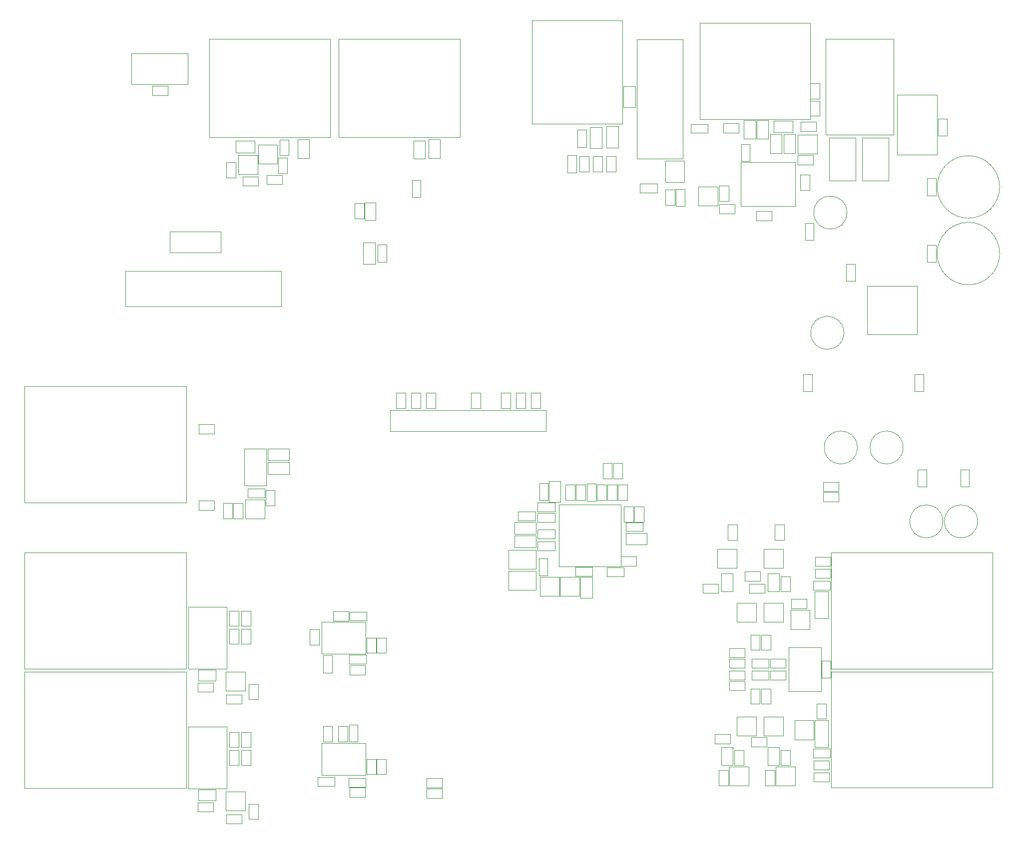
<source format=gbr>
G04 #@! TF.FileFunction,*
%FSLAX46Y46*%
G04 Gerber Fmt 4.6, Leading zero omitted, Abs format (unit mm)*
G04 Created by KiCad (PCBNEW (2015-03-11 BZR 5507)-product) date Wed 29 Apr 2015 06:55:18 PM CEST*
%MOMM*%
G01*
G04 APERTURE LIST*
%ADD10C,0.100000*%
%ADD11C,0.050000*%
G04 APERTURE END LIST*
D10*
D11*
X218560080Y-42456440D02*
X218560080Y-45356440D01*
X217060080Y-42456440D02*
X217060080Y-45356440D01*
X218560080Y-42456440D02*
X217060080Y-42456440D01*
X218560080Y-45356440D02*
X217060080Y-45356440D01*
X229328000Y-43902000D02*
G75*
G03X229328000Y-43902000I-5300000J0D01*
G01*
X217060080Y-56634040D02*
X217060080Y-53734040D01*
X218560080Y-56634040D02*
X218560080Y-53734040D01*
X217060080Y-56634040D02*
X218560080Y-56634040D01*
X217060080Y-53734040D02*
X218560080Y-53734040D01*
X229328000Y-55208800D02*
G75*
G03X229328000Y-55208800I-5300000J0D01*
G01*
X224168400Y-91869600D02*
X224168400Y-94769600D01*
X222668400Y-91869600D02*
X222668400Y-94769600D01*
X224168400Y-91869600D02*
X222668400Y-91869600D01*
X224168400Y-94769600D02*
X222668400Y-94769600D01*
X225574000Y-100634800D02*
G75*
G03X225574000Y-100634800I-2800000J0D01*
G01*
X216954800Y-91869600D02*
X216954800Y-94769600D01*
X215454800Y-91869600D02*
X215454800Y-94769600D01*
X216954800Y-91869600D02*
X215454800Y-91869600D01*
X216954800Y-94769600D02*
X215454800Y-94769600D01*
X219700000Y-100634800D02*
G75*
G03X219700000Y-100634800I-2800000J0D01*
G01*
X196333680Y-52925640D02*
X196333680Y-50025640D01*
X197833680Y-52925640D02*
X197833680Y-50025640D01*
X196333680Y-52925640D02*
X197833680Y-52925640D01*
X196333680Y-50025640D02*
X197833680Y-50025640D01*
X202915680Y-68646040D02*
G75*
G03X202915680Y-68646040I-2800000J0D01*
G01*
X196028880Y-78579640D02*
X196028880Y-75679640D01*
X197528880Y-78579640D02*
X197528880Y-75679640D01*
X196028880Y-78579640D02*
X197528880Y-78579640D01*
X196028880Y-75679640D02*
X197528880Y-75679640D01*
X205201680Y-88102440D02*
G75*
G03X205201680Y-88102440I-2800000J0D01*
G01*
X214926480Y-78579640D02*
X214926480Y-75679640D01*
X216426480Y-78579640D02*
X216426480Y-75679640D01*
X214926480Y-78579640D02*
X216426480Y-78579640D01*
X214926480Y-75679640D02*
X216426480Y-75679640D01*
X212955280Y-88102440D02*
G75*
G03X212955280Y-88102440I-2800000J0D01*
G01*
X204844080Y-56985240D02*
X204844080Y-59885240D01*
X203344080Y-56985240D02*
X203344080Y-59885240D01*
X204844080Y-56985240D02*
X203344080Y-56985240D01*
X204844080Y-59885240D02*
X203344080Y-59885240D01*
X203425200Y-48260000D02*
G75*
G03X203425200Y-48260000I-2800000J0D01*
G01*
X165649000Y-109970000D02*
X162749000Y-109970000D01*
X165649000Y-108470000D02*
X162749000Y-108470000D01*
X165649000Y-109970000D02*
X165649000Y-108470000D01*
X162749000Y-109970000D02*
X162749000Y-108470000D01*
X168836000Y-102299200D02*
X165936000Y-102299200D01*
X168836000Y-100799200D02*
X165936000Y-100799200D01*
X168836000Y-102299200D02*
X168836000Y-100799200D01*
X165936000Y-102299200D02*
X165936000Y-100799200D01*
X169541600Y-104581200D02*
X165941600Y-104581200D01*
X169541600Y-102581200D02*
X165941600Y-102581200D01*
X169541600Y-104581200D02*
X169541600Y-102581200D01*
X165941600Y-104581200D02*
X165941600Y-102581200D01*
X160871600Y-94257200D02*
X160871600Y-97157200D01*
X159371600Y-94257200D02*
X159371600Y-97157200D01*
X160871600Y-94257200D02*
X159371600Y-94257200D01*
X160871600Y-97157200D02*
X159371600Y-97157200D01*
X151307800Y-97055600D02*
X151307800Y-94155600D01*
X152807800Y-97055600D02*
X152807800Y-94155600D01*
X151307800Y-97055600D02*
X152807800Y-97055600D01*
X151307800Y-94155600D02*
X152807800Y-94155600D01*
X152912000Y-97405600D02*
X152912000Y-93805600D01*
X154912000Y-97405600D02*
X154912000Y-93805600D01*
X152912000Y-97405600D02*
X154912000Y-97405600D01*
X152912000Y-93805600D02*
X154912000Y-93805600D01*
X160289600Y-109893800D02*
X157389600Y-109893800D01*
X160289600Y-108393800D02*
X157389600Y-108393800D01*
X160289600Y-109893800D02*
X160289600Y-108393800D01*
X157389600Y-109893800D02*
X157389600Y-108393800D01*
X160296800Y-110061600D02*
X160296800Y-113661600D01*
X158296800Y-110061600D02*
X158296800Y-113661600D01*
X160296800Y-110061600D02*
X158296800Y-110061600D01*
X160296800Y-113661600D02*
X158296800Y-113661600D01*
X150624200Y-100495800D02*
X147724200Y-100495800D01*
X150624200Y-98995800D02*
X147724200Y-98995800D01*
X150624200Y-100495800D02*
X150624200Y-98995800D01*
X147724200Y-100495800D02*
X147724200Y-98995800D01*
X150720200Y-102777800D02*
X147120200Y-102777800D01*
X150720200Y-100777800D02*
X147120200Y-100777800D01*
X150720200Y-102777800D02*
X150720200Y-100777800D01*
X147120200Y-102777800D02*
X147120200Y-100777800D01*
X153926200Y-103543800D02*
X151026200Y-103543800D01*
X153926200Y-102043800D02*
X151026200Y-102043800D01*
X153926200Y-103543800D02*
X153926200Y-102043800D01*
X151026200Y-103543800D02*
X151026200Y-102043800D01*
X150720200Y-105063800D02*
X147120200Y-105063800D01*
X150720200Y-103063800D02*
X147120200Y-103063800D01*
X150720200Y-105063800D02*
X150720200Y-103063800D01*
X147120200Y-105063800D02*
X147120200Y-103063800D01*
X153926200Y-105575800D02*
X151026200Y-105575800D01*
X153926200Y-104075800D02*
X151026200Y-104075800D01*
X153926200Y-105575800D02*
X153926200Y-104075800D01*
X151026200Y-105575800D02*
X151026200Y-104075800D01*
X150712200Y-108711800D02*
X146112200Y-108711800D01*
X150712200Y-105511800D02*
X146112200Y-105511800D01*
X150712200Y-108711800D02*
X150712200Y-105511800D01*
X146112200Y-108711800D02*
X146112200Y-105511800D01*
X152718200Y-106931800D02*
X152718200Y-109831800D01*
X151218200Y-106931800D02*
X151218200Y-109831800D01*
X152718200Y-106931800D02*
X151218200Y-106931800D01*
X152718200Y-109831800D02*
X151218200Y-109831800D01*
X150712200Y-112267800D02*
X146112200Y-112267800D01*
X150712200Y-109067800D02*
X146112200Y-109067800D01*
X150712200Y-112267800D02*
X150712200Y-109067800D01*
X146112200Y-112267800D02*
X146112200Y-109067800D01*
X123478800Y-53368800D02*
X123478800Y-56968800D01*
X121478800Y-53368800D02*
X121478800Y-56968800D01*
X123478800Y-53368800D02*
X121478800Y-53368800D01*
X123478800Y-56968800D02*
X121478800Y-56968800D01*
X125387800Y-53718800D02*
X125387800Y-56618800D01*
X123887800Y-53718800D02*
X123887800Y-56618800D01*
X125387800Y-53718800D02*
X123887800Y-53718800D01*
X125387800Y-56618800D02*
X123887800Y-56618800D01*
X200648000Y-124280000D02*
X200648000Y-127180000D01*
X199148000Y-124280000D02*
X199148000Y-127180000D01*
X200648000Y-124280000D02*
X199148000Y-124280000D01*
X200648000Y-127180000D02*
X199148000Y-127180000D01*
X116193000Y-123391000D02*
X116193000Y-126291000D01*
X114693000Y-123391000D02*
X114693000Y-126291000D01*
X116193000Y-123391000D02*
X114693000Y-123391000D01*
X116193000Y-126291000D02*
X114693000Y-126291000D01*
X116613600Y-145530000D02*
X113713600Y-145530000D01*
X116613600Y-144030000D02*
X113713600Y-144030000D01*
X116613600Y-145530000D02*
X116613600Y-144030000D01*
X113713600Y-145530000D02*
X113713600Y-144030000D01*
X104751800Y-96609600D02*
X101851800Y-96609600D01*
X104751800Y-95109600D02*
X101851800Y-95109600D01*
X104751800Y-96609600D02*
X104751800Y-95109600D01*
X101851800Y-96609600D02*
X101851800Y-95109600D01*
X175976980Y-44257300D02*
X175976980Y-47157300D01*
X174476980Y-44257300D02*
X174476980Y-47157300D01*
X175976980Y-44257300D02*
X174476980Y-44257300D01*
X175976980Y-47157300D02*
X174476980Y-47157300D01*
X162703000Y-37240620D02*
X162703000Y-33640620D01*
X164703000Y-37240620D02*
X164703000Y-33640620D01*
X162703000Y-37240620D02*
X164703000Y-37240620D01*
X162703000Y-33640620D02*
X164703000Y-33640620D01*
X159246000Y-34244620D02*
X159246000Y-37144620D01*
X157746000Y-34244620D02*
X157746000Y-37144620D01*
X159246000Y-34244620D02*
X157746000Y-34244620D01*
X159246000Y-37144620D02*
X157746000Y-37144620D01*
X171274400Y-44844400D02*
X168374400Y-44844400D01*
X171274400Y-43344400D02*
X168374400Y-43344400D01*
X171274400Y-44844400D02*
X171274400Y-43344400D01*
X168374400Y-44844400D02*
X168374400Y-43344400D01*
X156095000Y-41462620D02*
X156095000Y-38562620D01*
X157595000Y-41462620D02*
X157595000Y-38562620D01*
X156095000Y-41462620D02*
X157595000Y-41462620D01*
X156095000Y-38562620D02*
X157595000Y-38562620D01*
X129696780Y-45633300D02*
X129696780Y-42733300D01*
X131196780Y-45633300D02*
X131196780Y-42733300D01*
X129696780Y-45633300D02*
X131196780Y-45633300D01*
X129696780Y-42733300D02*
X131196780Y-42733300D01*
X220434600Y-32357400D02*
X220434600Y-35257400D01*
X218934600Y-32357400D02*
X218934600Y-35257400D01*
X220434600Y-32357400D02*
X218934600Y-32357400D01*
X220434600Y-35257400D02*
X218934600Y-35257400D01*
X179859600Y-34735200D02*
X176959600Y-34735200D01*
X179859600Y-33235200D02*
X176959600Y-33235200D01*
X179859600Y-34735200D02*
X179859600Y-33235200D01*
X176959600Y-34735200D02*
X176959600Y-33235200D01*
X153926200Y-98971800D02*
X151026200Y-98971800D01*
X153926200Y-97471800D02*
X151026200Y-97471800D01*
X153926200Y-98971800D02*
X153926200Y-97471800D01*
X151026200Y-98971800D02*
X151026200Y-97471800D01*
X153926200Y-100749800D02*
X151026200Y-100749800D01*
X153926200Y-99249800D02*
X151026200Y-99249800D01*
X153926200Y-100749800D02*
X153926200Y-99249800D01*
X151026200Y-100749800D02*
X151026200Y-99249800D01*
X197986000Y-117108000D02*
X197986000Y-112508000D01*
X200286000Y-117108000D02*
X200286000Y-112508000D01*
X197986000Y-117108000D02*
X200286000Y-117108000D01*
X197986000Y-112508000D02*
X200286000Y-112508000D01*
X200586000Y-112256000D02*
X197686000Y-112256000D01*
X200586000Y-110756000D02*
X197686000Y-110756000D01*
X200586000Y-112256000D02*
X200586000Y-110756000D01*
X197686000Y-112256000D02*
X197686000Y-110756000D01*
X190172000Y-125464000D02*
X187272000Y-125464000D01*
X190172000Y-123964000D02*
X187272000Y-123964000D01*
X190172000Y-125464000D02*
X190172000Y-123964000D01*
X187272000Y-125464000D02*
X187272000Y-123964000D01*
X200286000Y-134352000D02*
X200286000Y-138952000D01*
X197986000Y-134352000D02*
X197986000Y-138952000D01*
X200286000Y-134352000D02*
X197986000Y-134352000D01*
X200286000Y-138952000D02*
X197986000Y-138952000D01*
X200586000Y-140704000D02*
X197686000Y-140704000D01*
X200586000Y-139204000D02*
X197686000Y-139204000D01*
X200586000Y-140704000D02*
X200586000Y-139204000D01*
X197686000Y-140704000D02*
X197686000Y-139204000D01*
X190172000Y-127496000D02*
X187272000Y-127496000D01*
X190172000Y-125996000D02*
X187272000Y-125996000D01*
X190172000Y-127496000D02*
X190172000Y-125996000D01*
X187272000Y-127496000D02*
X187272000Y-125996000D01*
X121947600Y-124803600D02*
X119047600Y-124803600D01*
X121947600Y-123303600D02*
X119047600Y-123303600D01*
X121947600Y-124803600D02*
X121947600Y-123303600D01*
X119047600Y-124803600D02*
X119047600Y-123303600D01*
X119149200Y-115963000D02*
X122049200Y-115963000D01*
X119149200Y-117463000D02*
X122049200Y-117463000D01*
X119149200Y-115963000D02*
X119149200Y-117463000D01*
X122049200Y-115963000D02*
X122049200Y-117463000D01*
X121871400Y-145682400D02*
X118971400Y-145682400D01*
X121871400Y-144182400D02*
X118971400Y-144182400D01*
X121871400Y-145682400D02*
X121871400Y-144182400D01*
X118971400Y-145682400D02*
X118971400Y-144182400D01*
X120549800Y-135113800D02*
X120549800Y-138013800D01*
X119049800Y-135113800D02*
X119049800Y-138013800D01*
X120549800Y-135113800D02*
X119049800Y-135113800D01*
X120549800Y-138013800D02*
X119049800Y-138013800D01*
X105299800Y-90592400D02*
X108899800Y-90592400D01*
X105299800Y-92592400D02*
X108899800Y-92592400D01*
X105299800Y-90592400D02*
X105299800Y-92592400D01*
X108899800Y-90592400D02*
X108899800Y-92592400D01*
X105299800Y-88281000D02*
X108899800Y-88281000D01*
X105299800Y-90281000D02*
X108899800Y-90281000D01*
X105299800Y-88281000D02*
X105299800Y-90281000D01*
X108899800Y-88281000D02*
X108899800Y-90281000D01*
X218706700Y-38404800D02*
X211975700Y-38404800D01*
X218706700Y-28244800D02*
X211975700Y-28244800D01*
X211975700Y-28244800D02*
X211975700Y-38404800D01*
X218706700Y-28244800D02*
X218706700Y-38404800D01*
X167573200Y-26800400D02*
X167573200Y-30400400D01*
X165573200Y-26800400D02*
X165573200Y-30400400D01*
X167573200Y-26800400D02*
X165573200Y-26800400D01*
X167573200Y-30400400D02*
X165573200Y-30400400D01*
X159909000Y-37367620D02*
X159909000Y-33767620D01*
X161909000Y-37367620D02*
X161909000Y-33767620D01*
X159909000Y-37367620D02*
X161909000Y-37367620D01*
X159909000Y-33767620D02*
X161909000Y-33767620D01*
X175601460Y-18839980D02*
X175601460Y-39139980D01*
X175601460Y-39139980D02*
X167801460Y-39139980D01*
X167801460Y-39139980D02*
X167801460Y-18839980D01*
X167801460Y-18839980D02*
X175601460Y-18839980D01*
X81117500Y-64183200D02*
X107517500Y-64183200D01*
X81117500Y-58133200D02*
X107517500Y-58133200D01*
X81117500Y-64183200D02*
X81117500Y-58133200D01*
X107517500Y-64183200D02*
X107517500Y-58133200D01*
X152422800Y-81816000D02*
X126022800Y-81816000D01*
X152422800Y-85316000D02*
X126022800Y-85316000D01*
X152422800Y-81816000D02*
X152422800Y-85316000D01*
X126022800Y-81816000D02*
X126022800Y-85316000D01*
X97307194Y-51516194D02*
X88707194Y-51516194D01*
X97307194Y-55016194D02*
X88707194Y-55016194D01*
X97307194Y-51516194D02*
X97307194Y-55016194D01*
X88707194Y-51516194D02*
X88707194Y-55016194D01*
X155765600Y-97007200D02*
X155765600Y-94407200D01*
X157365600Y-97007200D02*
X157365600Y-94407200D01*
X155765600Y-97007200D02*
X157365600Y-97007200D01*
X155765600Y-94407200D02*
X157365600Y-94407200D01*
X162039400Y-93349600D02*
X162039400Y-90749600D01*
X163639400Y-93349600D02*
X163639400Y-90749600D01*
X162039400Y-93349600D02*
X163639400Y-93349600D01*
X162039400Y-90749600D02*
X163639400Y-90749600D01*
X163817400Y-93349600D02*
X163817400Y-90749600D01*
X165417400Y-93349600D02*
X165417400Y-90749600D01*
X163817400Y-93349600D02*
X165417400Y-93349600D01*
X163817400Y-90749600D02*
X165417400Y-90749600D01*
X164655600Y-97007200D02*
X164655600Y-94407200D01*
X166255600Y-97007200D02*
X166255600Y-94407200D01*
X164655600Y-97007200D02*
X166255600Y-97007200D01*
X164655600Y-94407200D02*
X166255600Y-94407200D01*
X162877600Y-97007200D02*
X162877600Y-94407200D01*
X164477600Y-97007200D02*
X164477600Y-94407200D01*
X162877600Y-97007200D02*
X164477600Y-97007200D01*
X162877600Y-94407200D02*
X164477600Y-94407200D01*
X161099600Y-97007200D02*
X161099600Y-94407200D01*
X162699600Y-97007200D02*
X162699600Y-94407200D01*
X161099600Y-97007200D02*
X162699600Y-97007200D01*
X161099600Y-94407200D02*
X162699600Y-94407200D01*
X157543600Y-97007200D02*
X157543600Y-94407200D01*
X159143600Y-97007200D02*
X159143600Y-94407200D01*
X157543600Y-97007200D02*
X159143600Y-97007200D01*
X157543600Y-94407200D02*
X159143600Y-94407200D01*
X167746200Y-108165800D02*
X165146200Y-108165800D01*
X167746200Y-106565800D02*
X165146200Y-106565800D01*
X167746200Y-108165800D02*
X167746200Y-106565800D01*
X165146200Y-108165800D02*
X165146200Y-106565800D01*
X169024200Y-98115600D02*
X169024200Y-100715600D01*
X167424200Y-98115600D02*
X167424200Y-100715600D01*
X169024200Y-98115600D02*
X167424200Y-98115600D01*
X169024200Y-100715600D02*
X167424200Y-100715600D01*
X167246200Y-98115600D02*
X167246200Y-100715600D01*
X165646200Y-98115600D02*
X165646200Y-100715600D01*
X167246200Y-98115600D02*
X165646200Y-98115600D01*
X167246200Y-100715600D02*
X165646200Y-100715600D01*
X88297540Y-28348840D02*
X85697540Y-28348840D01*
X88297540Y-26748840D02*
X85697540Y-26748840D01*
X88297540Y-28348840D02*
X88297540Y-26748840D01*
X85697540Y-28348840D02*
X85697540Y-26748840D01*
X193840000Y-109952000D02*
X193840000Y-112552000D01*
X192240000Y-109952000D02*
X192240000Y-112552000D01*
X193840000Y-109952000D02*
X192240000Y-109952000D01*
X193840000Y-112552000D02*
X192240000Y-112552000D01*
X186914000Y-111214000D02*
X189514000Y-111214000D01*
X186914000Y-112814000D02*
X189514000Y-112814000D01*
X186914000Y-111214000D02*
X186914000Y-112814000D01*
X189514000Y-111214000D02*
X189514000Y-112814000D01*
X186165400Y-109156600D02*
X188765400Y-109156600D01*
X186165400Y-110756600D02*
X188765400Y-110756600D01*
X186165400Y-109156600D02*
X186165400Y-110756600D01*
X188765400Y-109156600D02*
X188765400Y-110756600D01*
X179040000Y-111214000D02*
X181640000Y-111214000D01*
X179040000Y-112814000D02*
X181640000Y-112814000D01*
X179040000Y-111214000D02*
X179040000Y-112814000D01*
X181640000Y-111214000D02*
X181640000Y-112814000D01*
X192815200Y-101199600D02*
X192815200Y-103799600D01*
X191215200Y-101199600D02*
X191215200Y-103799600D01*
X192815200Y-101199600D02*
X191215200Y-101199600D01*
X192815200Y-103799600D02*
X191215200Y-103799600D01*
X184890400Y-101199600D02*
X184890400Y-103799600D01*
X183290400Y-101199600D02*
X183290400Y-103799600D01*
X184890400Y-101199600D02*
X183290400Y-101199600D01*
X184890400Y-103799600D02*
X183290400Y-103799600D01*
X192240000Y-142016000D02*
X192240000Y-139416000D01*
X193840000Y-142016000D02*
X193840000Y-139416000D01*
X192240000Y-142016000D02*
X193840000Y-142016000D01*
X192240000Y-139416000D02*
X193840000Y-139416000D01*
X187269600Y-137274400D02*
X189869600Y-137274400D01*
X187269600Y-138874400D02*
X189869600Y-138874400D01*
X187269600Y-137274400D02*
X187269600Y-138874400D01*
X189869600Y-137274400D02*
X189869600Y-138874400D01*
X184366000Y-142016000D02*
X184366000Y-139416000D01*
X185966000Y-142016000D02*
X185966000Y-139416000D01*
X184366000Y-142016000D02*
X185966000Y-142016000D01*
X184366000Y-139416000D02*
X185966000Y-139416000D01*
X181072000Y-136766400D02*
X183672000Y-136766400D01*
X181072000Y-138366400D02*
X183672000Y-138366400D01*
X181072000Y-136766400D02*
X181072000Y-138366400D01*
X183672000Y-136766400D02*
X183672000Y-138366400D01*
X191173000Y-142870400D02*
X191173000Y-145470400D01*
X189573000Y-142870400D02*
X189573000Y-145470400D01*
X191173000Y-142870400D02*
X189573000Y-142870400D01*
X191173000Y-145470400D02*
X189573000Y-145470400D01*
X183299000Y-142870400D02*
X183299000Y-145470400D01*
X181699000Y-142870400D02*
X181699000Y-145470400D01*
X183299000Y-142870400D02*
X181699000Y-142870400D01*
X183299000Y-145470400D02*
X181699000Y-145470400D01*
X100868000Y-131610000D02*
X98268000Y-131610000D01*
X100868000Y-130010000D02*
X98268000Y-130010000D01*
X100868000Y-131610000D02*
X100868000Y-130010000D01*
X98268000Y-131610000D02*
X98268000Y-130010000D01*
X103670000Y-128240000D02*
X103670000Y-130840000D01*
X102070000Y-128240000D02*
X102070000Y-130840000D01*
X103670000Y-128240000D02*
X102070000Y-128240000D01*
X103670000Y-130840000D02*
X102070000Y-130840000D01*
X96042000Y-129578000D02*
X93442000Y-129578000D01*
X96042000Y-127978000D02*
X93442000Y-127978000D01*
X96042000Y-129578000D02*
X96042000Y-127978000D01*
X93442000Y-129578000D02*
X93442000Y-127978000D01*
X100868000Y-151930000D02*
X98268000Y-151930000D01*
X100868000Y-150330000D02*
X98268000Y-150330000D01*
X100868000Y-151930000D02*
X100868000Y-150330000D01*
X98268000Y-151930000D02*
X98268000Y-150330000D01*
X103670000Y-148560000D02*
X103670000Y-151160000D01*
X102070000Y-148560000D02*
X102070000Y-151160000D01*
X103670000Y-148560000D02*
X102070000Y-148560000D01*
X103670000Y-151160000D02*
X102070000Y-151160000D01*
X96042000Y-149898000D02*
X93442000Y-149898000D01*
X96042000Y-148298000D02*
X93442000Y-148298000D01*
X96042000Y-149898000D02*
X96042000Y-148298000D01*
X93442000Y-149898000D02*
X93442000Y-148298000D01*
X104889400Y-97921600D02*
X104889400Y-95321600D01*
X106489400Y-97921600D02*
X106489400Y-95321600D01*
X104889400Y-97921600D02*
X106489400Y-97921600D01*
X104889400Y-95321600D02*
X106489400Y-95321600D01*
X97701200Y-100156800D02*
X97701200Y-97556800D01*
X99301200Y-100156800D02*
X99301200Y-97556800D01*
X97701200Y-100156800D02*
X99301200Y-100156800D01*
X97701200Y-97556800D02*
X99301200Y-97556800D01*
X101053800Y-97556800D02*
X101053800Y-100156800D01*
X99453800Y-97556800D02*
X99453800Y-100156800D01*
X101053800Y-97556800D02*
X99453800Y-97556800D01*
X101053800Y-100156800D02*
X99453800Y-100156800D01*
X164249000Y-38712620D02*
X164249000Y-41312620D01*
X162649000Y-38712620D02*
X162649000Y-41312620D01*
X164249000Y-38712620D02*
X162649000Y-38712620D01*
X164249000Y-41312620D02*
X162649000Y-41312620D01*
X161963000Y-38712620D02*
X161963000Y-41312620D01*
X160363000Y-38712620D02*
X160363000Y-41312620D01*
X161963000Y-38712620D02*
X160363000Y-38712620D01*
X161963000Y-41312620D02*
X160363000Y-41312620D01*
X158077000Y-41312620D02*
X158077000Y-38712620D01*
X159677000Y-41312620D02*
X159677000Y-38712620D01*
X158077000Y-41312620D02*
X159677000Y-41312620D01*
X158077000Y-38712620D02*
X159677000Y-38712620D01*
X174274380Y-44407300D02*
X174274380Y-47007300D01*
X172674380Y-44407300D02*
X172674380Y-47007300D01*
X174274380Y-44407300D02*
X172674380Y-44407300D01*
X174274380Y-47007300D02*
X172674380Y-47007300D01*
X112320580Y-35852300D02*
X112320580Y-39052300D01*
X110320580Y-35852300D02*
X110320580Y-39052300D01*
X112320580Y-35852300D02*
X110320580Y-35852300D01*
X112320580Y-39052300D02*
X110320580Y-39052300D01*
X98249840Y-42318460D02*
X98249840Y-39718460D01*
X99849840Y-42318460D02*
X99849840Y-39718460D01*
X98249840Y-42318460D02*
X99849840Y-42318460D01*
X98249840Y-39718460D02*
X99849840Y-39718460D01*
X132494780Y-39052300D02*
X132494780Y-35852300D01*
X134494780Y-39052300D02*
X134494780Y-35852300D01*
X132494780Y-39052300D02*
X134494780Y-39052300D01*
X132494780Y-35852300D02*
X134494780Y-35852300D01*
X119969380Y-49254500D02*
X119969380Y-46654500D01*
X121569380Y-49254500D02*
X121569380Y-46654500D01*
X119969380Y-49254500D02*
X121569380Y-49254500D01*
X119969380Y-46654500D02*
X121569380Y-46654500D01*
X99862840Y-36081460D02*
X103062840Y-36081460D01*
X99862840Y-38081460D02*
X103062840Y-38081460D01*
X99862840Y-36081460D02*
X99862840Y-38081460D01*
X103062840Y-36081460D02*
X103062840Y-38081460D01*
X107266840Y-38508460D02*
X107266840Y-35908460D01*
X108866840Y-38508460D02*
X108866840Y-35908460D01*
X107266840Y-38508460D02*
X108866840Y-38508460D01*
X107266840Y-35908460D02*
X108866840Y-35908460D01*
X101051840Y-42123460D02*
X103651840Y-42123460D01*
X101051840Y-43723460D02*
X103651840Y-43723460D01*
X101051840Y-42123460D02*
X101051840Y-43723460D01*
X103651840Y-42123460D02*
X103651840Y-43723460D01*
X107715840Y-43469460D02*
X105115840Y-43469460D01*
X107715840Y-41869460D02*
X105115840Y-41869460D01*
X107715840Y-43469460D02*
X107715840Y-41869460D01*
X105115840Y-43469460D02*
X105115840Y-41869460D01*
X107012840Y-41556460D02*
X107012840Y-38956460D01*
X108612840Y-41556460D02*
X108612840Y-38956460D01*
X107012840Y-41556460D02*
X108612840Y-41556460D01*
X107012840Y-38956460D02*
X108612840Y-38956460D01*
X198231280Y-34449920D02*
X195631280Y-34449920D01*
X198231280Y-32849920D02*
X195631280Y-32849920D01*
X198231280Y-34449920D02*
X198231280Y-32849920D01*
X195631280Y-34449920D02*
X195631280Y-32849920D01*
X197723280Y-40164920D02*
X195123280Y-40164920D01*
X197723280Y-38564920D02*
X195123280Y-38564920D01*
X197723280Y-40164920D02*
X197723280Y-38564920D01*
X195123280Y-40164920D02*
X195123280Y-38564920D01*
X194692780Y-34970920D02*
X194692780Y-38170920D01*
X192692780Y-34970920D02*
X192692780Y-38170920D01*
X194692780Y-34970920D02*
X192692780Y-34970920D01*
X194692780Y-38170920D02*
X192692780Y-38170920D01*
X197158600Y-41839800D02*
X197158600Y-44439800D01*
X195558600Y-41839800D02*
X195558600Y-44439800D01*
X197158600Y-41839800D02*
X195558600Y-41839800D01*
X197158600Y-44439800D02*
X195558600Y-44439800D01*
X192406780Y-34970920D02*
X192406780Y-38170920D01*
X190406780Y-34970920D02*
X190406780Y-38170920D01*
X192406780Y-34970920D02*
X190406780Y-34970920D01*
X192406780Y-38170920D02*
X190406780Y-38170920D01*
X187961780Y-32557920D02*
X187961780Y-35757920D01*
X185961780Y-32557920D02*
X185961780Y-35757920D01*
X187961780Y-32557920D02*
X185961780Y-32557920D01*
X187961780Y-35757920D02*
X185961780Y-35757920D01*
X181785400Y-46318960D02*
X181785400Y-43718960D01*
X183385400Y-46318960D02*
X183385400Y-43718960D01*
X181785400Y-46318960D02*
X183385400Y-46318960D01*
X181785400Y-43718960D02*
X183385400Y-43718960D01*
X190699000Y-49578600D02*
X188099000Y-49578600D01*
X190699000Y-47978600D02*
X188099000Y-47978600D01*
X190699000Y-49578600D02*
X190699000Y-47978600D01*
X188099000Y-49578600D02*
X188099000Y-47978600D01*
X190120780Y-32557920D02*
X190120780Y-35757920D01*
X188120780Y-32557920D02*
X188120780Y-35757920D01*
X190120780Y-32557920D02*
X188120780Y-32557920D01*
X190120780Y-35757920D02*
X188120780Y-35757920D01*
X184408600Y-48425000D02*
X181808600Y-48425000D01*
X184408600Y-46825000D02*
X181808600Y-46825000D01*
X184408600Y-48425000D02*
X184408600Y-46825000D01*
X181808600Y-48425000D02*
X181808600Y-46825000D01*
X151472800Y-78837000D02*
X151472800Y-81437000D01*
X149872800Y-78837000D02*
X149872800Y-81437000D01*
X151472800Y-78837000D02*
X149872800Y-78837000D01*
X151472800Y-81437000D02*
X149872800Y-81437000D01*
X148932800Y-78837000D02*
X148932800Y-81437000D01*
X147332800Y-78837000D02*
X147332800Y-81437000D01*
X148932800Y-78837000D02*
X147332800Y-78837000D01*
X148932800Y-81437000D02*
X147332800Y-81437000D01*
X146392800Y-78837000D02*
X146392800Y-81437000D01*
X144792800Y-78837000D02*
X144792800Y-81437000D01*
X146392800Y-78837000D02*
X144792800Y-78837000D01*
X146392800Y-81437000D02*
X144792800Y-81437000D01*
X141312800Y-78837000D02*
X141312800Y-81437000D01*
X139712800Y-78837000D02*
X139712800Y-81437000D01*
X141312800Y-78837000D02*
X139712800Y-78837000D01*
X141312800Y-81437000D02*
X139712800Y-81437000D01*
X133692800Y-78837000D02*
X133692800Y-81437000D01*
X132092800Y-78837000D02*
X132092800Y-81437000D01*
X133692800Y-78837000D02*
X132092800Y-78837000D01*
X133692800Y-81437000D02*
X132092800Y-81437000D01*
X131152800Y-78837000D02*
X131152800Y-81437000D01*
X129552800Y-78837000D02*
X129552800Y-81437000D01*
X131152800Y-78837000D02*
X129552800Y-78837000D01*
X131152800Y-81437000D02*
X129552800Y-81437000D01*
X128612800Y-78837000D02*
X128612800Y-81437000D01*
X127012800Y-78837000D02*
X127012800Y-81437000D01*
X128612800Y-78837000D02*
X127012800Y-78837000D01*
X128612800Y-81437000D02*
X127012800Y-81437000D01*
X198835000Y-29266800D02*
X198835000Y-31866800D01*
X197235000Y-29266800D02*
X197235000Y-31866800D01*
X198835000Y-29266800D02*
X197235000Y-29266800D01*
X198835000Y-31866800D02*
X197235000Y-31866800D01*
X182485600Y-33119600D02*
X185085600Y-33119600D01*
X182485600Y-34719600D02*
X185085600Y-34719600D01*
X182485600Y-33119600D02*
X182485600Y-34719600D01*
X185085600Y-33119600D02*
X185085600Y-34719600D01*
X198836180Y-26342820D02*
X198836180Y-28942820D01*
X197236180Y-26342820D02*
X197236180Y-28942820D01*
X198836180Y-26342820D02*
X197236180Y-26342820D01*
X198836180Y-28942820D02*
X197236180Y-28942820D01*
X196639400Y-115379400D02*
X194039400Y-115379400D01*
X196639400Y-113779400D02*
X194039400Y-113779400D01*
X196639400Y-115379400D02*
X196639400Y-113779400D01*
X194039400Y-115379400D02*
X194039400Y-113779400D01*
X198090000Y-106642000D02*
X200690000Y-106642000D01*
X198090000Y-108242000D02*
X200690000Y-108242000D01*
X198090000Y-106642000D02*
X198090000Y-108242000D01*
X200690000Y-106642000D02*
X200690000Y-108242000D01*
X193070000Y-125514000D02*
X190470000Y-125514000D01*
X193070000Y-123914000D02*
X190470000Y-123914000D01*
X193070000Y-125514000D02*
X193070000Y-123914000D01*
X190470000Y-125514000D02*
X190470000Y-123914000D01*
X200690000Y-110274000D02*
X198090000Y-110274000D01*
X200690000Y-108674000D02*
X198090000Y-108674000D01*
X200690000Y-110274000D02*
X200690000Y-108674000D01*
X198090000Y-110274000D02*
X198090000Y-108674000D01*
X186110400Y-125514000D02*
X183510400Y-125514000D01*
X186110400Y-123914000D02*
X183510400Y-123914000D01*
X186110400Y-125514000D02*
X186110400Y-123914000D01*
X183510400Y-125514000D02*
X183510400Y-123914000D01*
X183510400Y-122136000D02*
X186110400Y-122136000D01*
X183510400Y-123736000D02*
X186110400Y-123736000D01*
X183510400Y-122136000D02*
X183510400Y-123736000D01*
X186110400Y-122136000D02*
X186110400Y-123736000D01*
X198336000Y-134142000D02*
X198336000Y-131542000D01*
X199936000Y-134142000D02*
X199936000Y-131542000D01*
X198336000Y-134142000D02*
X199936000Y-134142000D01*
X198336000Y-131542000D02*
X199936000Y-131542000D01*
X190538000Y-119858000D02*
X190538000Y-122458000D01*
X188938000Y-119858000D02*
X188938000Y-122458000D01*
X190538000Y-119858000D02*
X188938000Y-119858000D01*
X190538000Y-122458000D02*
X188938000Y-122458000D01*
X188709200Y-119858000D02*
X188709200Y-122458000D01*
X187109200Y-119858000D02*
X187109200Y-122458000D01*
X188709200Y-119858000D02*
X187109200Y-119858000D01*
X188709200Y-122458000D02*
X187109200Y-122458000D01*
X197836000Y-143218000D02*
X200436000Y-143218000D01*
X197836000Y-144818000D02*
X200436000Y-144818000D01*
X197836000Y-143218000D02*
X197836000Y-144818000D01*
X200436000Y-143218000D02*
X200436000Y-144818000D01*
X193070000Y-127546000D02*
X190470000Y-127546000D01*
X193070000Y-125946000D02*
X190470000Y-125946000D01*
X193070000Y-127546000D02*
X193070000Y-125946000D01*
X190470000Y-127546000D02*
X190470000Y-125946000D01*
X200436000Y-142786000D02*
X197836000Y-142786000D01*
X200436000Y-141186000D02*
X197836000Y-141186000D01*
X200436000Y-142786000D02*
X200436000Y-141186000D01*
X197836000Y-142786000D02*
X197836000Y-141186000D01*
X186110400Y-127546000D02*
X183510400Y-127546000D01*
X186110400Y-125946000D02*
X183510400Y-125946000D01*
X186110400Y-127546000D02*
X186110400Y-125946000D01*
X183510400Y-127546000D02*
X183510400Y-125946000D01*
X183510400Y-127724000D02*
X186110400Y-127724000D01*
X183510400Y-129324000D02*
X186110400Y-129324000D01*
X183510400Y-127724000D02*
X183510400Y-129324000D01*
X186110400Y-127724000D02*
X186110400Y-129324000D01*
X188938000Y-131602000D02*
X188938000Y-129002000D01*
X190538000Y-131602000D02*
X190538000Y-129002000D01*
X188938000Y-131602000D02*
X190538000Y-131602000D01*
X188938000Y-129002000D02*
X190538000Y-129002000D01*
X187109200Y-131602000D02*
X187109200Y-129002000D01*
X188709200Y-131602000D02*
X188709200Y-129002000D01*
X187109200Y-131602000D02*
X188709200Y-131602000D01*
X187109200Y-129002000D02*
X188709200Y-129002000D01*
X199449600Y-93942000D02*
X202049600Y-93942000D01*
X199449600Y-95542000D02*
X202049600Y-95542000D01*
X199449600Y-93942000D02*
X199449600Y-95542000D01*
X202049600Y-93942000D02*
X202049600Y-95542000D01*
X199449600Y-95669200D02*
X202049600Y-95669200D01*
X199449600Y-97269200D02*
X202049600Y-97269200D01*
X199449600Y-95669200D02*
X199449600Y-97269200D01*
X202049600Y-95669200D02*
X202049600Y-97269200D01*
X121797600Y-126631600D02*
X119197600Y-126631600D01*
X121797600Y-125031600D02*
X119197600Y-125031600D01*
X121797600Y-126631600D02*
X121797600Y-125031600D01*
X119197600Y-126631600D02*
X119197600Y-125031600D01*
X119003600Y-117513000D02*
X116403600Y-117513000D01*
X119003600Y-115913000D02*
X116403600Y-115913000D01*
X119003600Y-117513000D02*
X119003600Y-115913000D01*
X116403600Y-117513000D02*
X116403600Y-115913000D01*
X125298800Y-120366000D02*
X125298800Y-122966000D01*
X123698800Y-120366000D02*
X123698800Y-122966000D01*
X125298800Y-120366000D02*
X123698800Y-120366000D01*
X125298800Y-122966000D02*
X123698800Y-122966000D01*
X123622400Y-120366000D02*
X123622400Y-122966000D01*
X122022400Y-120366000D02*
X122022400Y-122966000D01*
X123622400Y-120366000D02*
X122022400Y-120366000D01*
X123622400Y-122966000D02*
X122022400Y-122966000D01*
X98768000Y-118394000D02*
X98768000Y-115794000D01*
X100368000Y-118394000D02*
X100368000Y-115794000D01*
X98768000Y-118394000D02*
X100368000Y-118394000D01*
X98768000Y-115794000D02*
X100368000Y-115794000D01*
X114007800Y-118943600D02*
X114007800Y-121543600D01*
X112407800Y-118943600D02*
X112407800Y-121543600D01*
X114007800Y-118943600D02*
X112407800Y-118943600D01*
X114007800Y-121543600D02*
X112407800Y-121543600D01*
X100800000Y-118394000D02*
X100800000Y-115794000D01*
X102400000Y-118394000D02*
X102400000Y-115794000D01*
X100800000Y-118394000D02*
X102400000Y-118394000D01*
X100800000Y-115794000D02*
X102400000Y-115794000D01*
X100356000Y-118842000D02*
X100356000Y-121442000D01*
X98756000Y-118842000D02*
X98756000Y-121442000D01*
X100356000Y-118842000D02*
X98756000Y-118842000D01*
X100356000Y-121442000D02*
X98756000Y-121442000D01*
X102410200Y-118852160D02*
X102410200Y-121452160D01*
X100810200Y-118852160D02*
X100810200Y-121452160D01*
X102410200Y-118852160D02*
X100810200Y-118852160D01*
X102410200Y-121452160D02*
X100810200Y-121452160D01*
X121772200Y-147434200D02*
X119172200Y-147434200D01*
X121772200Y-145834200D02*
X119172200Y-145834200D01*
X121772200Y-147434200D02*
X121772200Y-145834200D01*
X119172200Y-147434200D02*
X119172200Y-145834200D01*
X118821800Y-135402800D02*
X118821800Y-138002800D01*
X117221800Y-135402800D02*
X117221800Y-138002800D01*
X118821800Y-135402800D02*
X117221800Y-135402800D01*
X118821800Y-138002800D02*
X117221800Y-138002800D01*
X125324200Y-140940000D02*
X125324200Y-143540000D01*
X123724200Y-140940000D02*
X123724200Y-143540000D01*
X125324200Y-140940000D02*
X123724200Y-140940000D01*
X125324200Y-143540000D02*
X123724200Y-143540000D01*
X123622400Y-140940000D02*
X123622400Y-143540000D01*
X122022400Y-140940000D02*
X122022400Y-143540000D01*
X123622400Y-140940000D02*
X122022400Y-140940000D01*
X123622400Y-143540000D02*
X122022400Y-143540000D01*
X98768000Y-138968000D02*
X98768000Y-136368000D01*
X100368000Y-138968000D02*
X100368000Y-136368000D01*
X98768000Y-138968000D02*
X100368000Y-138968000D01*
X98768000Y-136368000D02*
X100368000Y-136368000D01*
X114631000Y-138002800D02*
X114631000Y-135402800D01*
X116231000Y-138002800D02*
X116231000Y-135402800D01*
X114631000Y-138002800D02*
X116231000Y-138002800D01*
X114631000Y-135402800D02*
X116231000Y-135402800D01*
X100800000Y-138968000D02*
X100800000Y-136368000D01*
X102400000Y-138968000D02*
X102400000Y-136368000D01*
X100800000Y-138968000D02*
X102400000Y-138968000D01*
X100800000Y-136368000D02*
X102400000Y-136368000D01*
X100368000Y-139416000D02*
X100368000Y-142016000D01*
X98768000Y-139416000D02*
X98768000Y-142016000D01*
X100368000Y-139416000D02*
X98768000Y-139416000D01*
X100368000Y-142016000D02*
X98768000Y-142016000D01*
X102410200Y-139414160D02*
X102410200Y-142014160D01*
X100810200Y-139414160D02*
X100810200Y-142014160D01*
X102410200Y-139414160D02*
X100810200Y-139414160D01*
X102410200Y-142014160D02*
X100810200Y-142014160D01*
X132177000Y-144183200D02*
X134777000Y-144183200D01*
X132177000Y-145783200D02*
X134777000Y-145783200D01*
X132177000Y-144183200D02*
X132177000Y-145783200D01*
X134777000Y-144183200D02*
X134777000Y-145783200D01*
X134777000Y-147586600D02*
X132177000Y-147586600D01*
X134777000Y-145986600D02*
X132177000Y-145986600D01*
X134777000Y-147586600D02*
X134777000Y-145986600D01*
X132177000Y-147586600D02*
X132177000Y-145986600D01*
X96169000Y-85763000D02*
X93569000Y-85763000D01*
X96169000Y-84163000D02*
X93569000Y-84163000D01*
X96169000Y-85763000D02*
X96169000Y-84163000D01*
X93569000Y-85763000D02*
X93569000Y-84163000D01*
X96169000Y-98717000D02*
X93569000Y-98717000D01*
X96169000Y-97117000D02*
X93569000Y-97117000D01*
X96169000Y-98717000D02*
X96169000Y-97117000D01*
X93569000Y-98717000D02*
X93569000Y-97117000D01*
X82173440Y-21222840D02*
X91723440Y-21222840D01*
X91723440Y-21222840D02*
X91723440Y-26522840D01*
X91723440Y-26522840D02*
X82173440Y-26522840D01*
X82173440Y-26522840D02*
X82173440Y-21222840D01*
X165092200Y-97797800D02*
X154592200Y-97797800D01*
X165092200Y-108297800D02*
X154592200Y-108297800D01*
X165092200Y-97797800D02*
X165092200Y-108297800D01*
X154592200Y-97797800D02*
X154592200Y-108297800D01*
X199092000Y-121980000D02*
X193592000Y-121980000D01*
X199092000Y-129480000D02*
X193592000Y-129480000D01*
X199092000Y-121980000D02*
X199092000Y-129480000D01*
X193592000Y-121980000D02*
X193592000Y-129480000D01*
X121885400Y-123146000D02*
X121885400Y-117646000D01*
X114385400Y-123146000D02*
X114385400Y-117646000D01*
X121885400Y-123146000D02*
X114385400Y-123146000D01*
X121885400Y-117646000D02*
X114385400Y-117646000D01*
X121873400Y-143720000D02*
X121873400Y-138220000D01*
X114373400Y-143720000D02*
X114373400Y-138220000D01*
X121873400Y-143720000D02*
X114373400Y-143720000D01*
X121873400Y-138220000D02*
X114373400Y-138220000D01*
X104974000Y-88290000D02*
X101274000Y-88290000D01*
X104974000Y-94590000D02*
X101274000Y-94590000D01*
X104974000Y-88290000D02*
X104974000Y-94590000D01*
X101274000Y-88290000D02*
X101274000Y-94590000D01*
X185410580Y-47141620D02*
X194710580Y-47141620D01*
X185410580Y-39741620D02*
X194710580Y-39741620D01*
X185410580Y-47141620D02*
X185410580Y-39741620D01*
X194710580Y-47141620D02*
X194710580Y-39741620D01*
X115828260Y-35469660D02*
X115828260Y-18769660D01*
X115828260Y-18769660D02*
X95328260Y-18769660D01*
X95328260Y-18769660D02*
X95328260Y-35469660D01*
X115828260Y-35469660D02*
X95328260Y-35469660D01*
X178482080Y-16101640D02*
X178482080Y-32451640D01*
X178482080Y-32451640D02*
X197182080Y-32451640D01*
X197182080Y-32451640D02*
X197182080Y-16101640D01*
X197182080Y-16101640D02*
X178482080Y-16101640D01*
X137832280Y-35472200D02*
X137832280Y-18772200D01*
X137832280Y-18772200D02*
X117332280Y-18772200D01*
X117332280Y-18772200D02*
X117332280Y-35472200D01*
X137832280Y-35472200D02*
X117332280Y-35472200D01*
X64047800Y-97444500D02*
X91447800Y-97444500D01*
X91447800Y-97444500D02*
X91447800Y-77744500D01*
X91447800Y-77744500D02*
X64047800Y-77744500D01*
X64047800Y-97444500D02*
X64047800Y-77744500D01*
X228141100Y-105920600D02*
X200741100Y-105920600D01*
X200741100Y-105920600D02*
X200741100Y-125620600D01*
X200741100Y-125620600D02*
X228141100Y-125620600D01*
X228141100Y-105920600D02*
X228141100Y-125620600D01*
X228141100Y-126113600D02*
X200741100Y-126113600D01*
X200741100Y-126113600D02*
X200741100Y-145813600D01*
X200741100Y-145813600D02*
X228141100Y-145813600D01*
X228141100Y-126113600D02*
X228141100Y-145813600D01*
X64047800Y-125646120D02*
X91447800Y-125646120D01*
X91447800Y-125646120D02*
X91447800Y-105946120D01*
X91447800Y-105946120D02*
X64047800Y-105946120D01*
X64047800Y-125646120D02*
X64047800Y-105946120D01*
X64047800Y-145846740D02*
X91447800Y-145846740D01*
X91447800Y-145846740D02*
X91447800Y-126146740D01*
X91447800Y-126146740D02*
X64047800Y-126146740D01*
X64047800Y-145846740D02*
X64047800Y-126146740D01*
X211330740Y-35021080D02*
X211330740Y-18821080D01*
X211330740Y-18821080D02*
X199880740Y-18821080D01*
X199880740Y-18821080D02*
X199880740Y-35021080D01*
X199880740Y-35021080D02*
X211330740Y-35021080D01*
X191958000Y-109498000D02*
X191958000Y-112498000D01*
X191958000Y-112498000D02*
X190058000Y-112498000D01*
X190058000Y-109498000D02*
X190058000Y-112498000D01*
X191958000Y-109498000D02*
X190058000Y-109498000D01*
X184084000Y-109498000D02*
X184084000Y-112498000D01*
X184084000Y-112498000D02*
X182184000Y-112498000D01*
X182184000Y-109498000D02*
X182184000Y-112498000D01*
X184084000Y-109498000D02*
X182184000Y-109498000D01*
X190058000Y-141962000D02*
X190058000Y-138962000D01*
X190058000Y-138962000D02*
X191958000Y-138962000D01*
X191958000Y-141962000D02*
X191958000Y-138962000D01*
X190058000Y-141962000D02*
X191958000Y-141962000D01*
X182184000Y-141962000D02*
X182184000Y-138962000D01*
X182184000Y-138962000D02*
X184084000Y-138962000D01*
X184084000Y-141962000D02*
X184084000Y-138962000D01*
X182184000Y-141962000D02*
X184084000Y-141962000D01*
X93496000Y-125796000D02*
X96496000Y-125796000D01*
X96496000Y-125796000D02*
X96496000Y-127696000D01*
X93496000Y-127696000D02*
X96496000Y-127696000D01*
X93496000Y-125796000D02*
X93496000Y-127696000D01*
X93496000Y-146116000D02*
X96496000Y-146116000D01*
X96496000Y-146116000D02*
X96496000Y-148016000D01*
X93496000Y-148016000D02*
X96496000Y-148016000D01*
X93496000Y-146116000D02*
X93496000Y-148016000D01*
X130004780Y-39079300D02*
X130004780Y-36079300D01*
X130004780Y-36079300D02*
X131904780Y-36079300D01*
X131904780Y-39079300D02*
X131904780Y-36079300D01*
X130004780Y-39079300D02*
X131904780Y-39079300D01*
X123573580Y-46569500D02*
X123573580Y-49569500D01*
X123573580Y-49569500D02*
X121673580Y-49569500D01*
X121673580Y-46569500D02*
X121673580Y-49569500D01*
X123573580Y-46569500D02*
X121673580Y-46569500D01*
X191075600Y-32640200D02*
X194275600Y-32640200D01*
X191075600Y-34640200D02*
X194275600Y-34640200D01*
X191075600Y-32640200D02*
X191075600Y-34640200D01*
X194275600Y-32640200D02*
X194275600Y-34640200D01*
X185500580Y-39523900D02*
X185500580Y-36623900D01*
X187000580Y-39523900D02*
X187000580Y-36623900D01*
X185500580Y-39523900D02*
X187000580Y-39523900D01*
X185500580Y-36623900D02*
X187000580Y-36623900D01*
X172677020Y-43097860D02*
X172677020Y-39497860D01*
X172677020Y-39497860D02*
X175877020Y-39497860D01*
X175877020Y-39497860D02*
X175877020Y-43097860D01*
X175877020Y-43097860D02*
X172677020Y-43097860D01*
X154827400Y-110058400D02*
X158127400Y-110058400D01*
X158127400Y-110058400D02*
X158127400Y-113258400D01*
X158127400Y-113258400D02*
X154827400Y-113258400D01*
X154827400Y-113258400D02*
X154827400Y-110058400D01*
X151449200Y-110058400D02*
X154749200Y-110058400D01*
X154749200Y-110058400D02*
X154749200Y-113258400D01*
X154749200Y-113258400D02*
X151449200Y-113258400D01*
X151449200Y-113258400D02*
X151449200Y-110058400D01*
X197091800Y-115698000D02*
X197091800Y-118998000D01*
X197091800Y-118998000D02*
X193891800Y-118998000D01*
X193891800Y-118998000D02*
X193891800Y-115698000D01*
X193891800Y-115698000D02*
X197091800Y-115698000D01*
X197789600Y-134341600D02*
X197789600Y-137641600D01*
X197789600Y-137641600D02*
X194589600Y-137641600D01*
X194589600Y-137641600D02*
X194589600Y-134341600D01*
X194589600Y-134341600D02*
X197789600Y-134341600D01*
X189358000Y-114478000D02*
X192658000Y-114478000D01*
X192658000Y-114478000D02*
X192658000Y-117678000D01*
X192658000Y-117678000D02*
X189358000Y-117678000D01*
X189358000Y-117678000D02*
X189358000Y-114478000D01*
X184786000Y-114478000D02*
X188086000Y-114478000D01*
X188086000Y-114478000D02*
X188086000Y-117678000D01*
X188086000Y-117678000D02*
X184786000Y-117678000D01*
X184786000Y-117678000D02*
X184786000Y-114478000D01*
X192658000Y-108534000D02*
X189358000Y-108534000D01*
X189358000Y-108534000D02*
X189358000Y-105334000D01*
X189358000Y-105334000D02*
X192658000Y-105334000D01*
X192658000Y-105334000D02*
X192658000Y-108534000D01*
X184784000Y-108534000D02*
X181484000Y-108534000D01*
X181484000Y-108534000D02*
X181484000Y-105334000D01*
X181484000Y-105334000D02*
X184784000Y-105334000D01*
X184784000Y-105334000D02*
X184784000Y-108534000D01*
X192658000Y-136982000D02*
X189358000Y-136982000D01*
X189358000Y-136982000D02*
X189358000Y-133782000D01*
X189358000Y-133782000D02*
X192658000Y-133782000D01*
X192658000Y-133782000D02*
X192658000Y-136982000D01*
X188086000Y-136982000D02*
X184786000Y-136982000D01*
X184786000Y-136982000D02*
X184786000Y-133782000D01*
X184786000Y-133782000D02*
X188086000Y-133782000D01*
X188086000Y-133782000D02*
X188086000Y-136982000D01*
X191390000Y-142265600D02*
X194690000Y-142265600D01*
X194690000Y-142265600D02*
X194690000Y-145465600D01*
X194690000Y-145465600D02*
X191390000Y-145465600D01*
X191390000Y-145465600D02*
X191390000Y-142265600D01*
X183516000Y-142265600D02*
X186816000Y-142265600D01*
X186816000Y-142265600D02*
X186816000Y-145465600D01*
X186816000Y-145465600D02*
X183516000Y-145465600D01*
X183516000Y-145465600D02*
X183516000Y-142265600D01*
X98172000Y-126162000D02*
X101472000Y-126162000D01*
X101472000Y-126162000D02*
X101472000Y-129362000D01*
X101472000Y-129362000D02*
X98172000Y-129362000D01*
X98172000Y-129362000D02*
X98172000Y-126162000D01*
X98172000Y-146482000D02*
X101472000Y-146482000D01*
X101472000Y-146482000D02*
X101472000Y-149682000D01*
X101472000Y-149682000D02*
X98172000Y-149682000D01*
X98172000Y-149682000D02*
X98172000Y-146482000D01*
X101448600Y-96952000D02*
X104748600Y-96952000D01*
X104748600Y-96952000D02*
X104748600Y-100152000D01*
X104748600Y-100152000D02*
X101448600Y-100152000D01*
X101448600Y-100152000D02*
X101448600Y-96952000D01*
X100268200Y-38532000D02*
X103568200Y-38532000D01*
X103568200Y-38532000D02*
X103568200Y-41732000D01*
X103568200Y-41732000D02*
X100268200Y-41732000D01*
X100268200Y-41732000D02*
X100268200Y-38532000D01*
X106921000Y-39979400D02*
X103621000Y-39979400D01*
X103621000Y-39979400D02*
X103621000Y-36779400D01*
X103621000Y-36779400D02*
X106921000Y-36779400D01*
X106921000Y-36779400D02*
X106921000Y-39979400D01*
X195078080Y-35047120D02*
X198378080Y-35047120D01*
X198378080Y-35047120D02*
X198378080Y-38247120D01*
X198378080Y-38247120D02*
X195078080Y-38247120D01*
X195078080Y-38247120D02*
X195078080Y-35047120D01*
X178283600Y-43840600D02*
X181583600Y-43840600D01*
X181583600Y-43840600D02*
X181583600Y-47040600D01*
X181583600Y-47040600D02*
X178283600Y-47040600D01*
X178283600Y-47040600D02*
X178283600Y-43840600D01*
X165341300Y-15631320D02*
X165341300Y-33181320D01*
X165341300Y-33181320D02*
X150091300Y-33181320D01*
X150091300Y-33181320D02*
X150091300Y-15631320D01*
X150091300Y-15631320D02*
X165341300Y-15631320D01*
X200442000Y-42867600D02*
X200442000Y-35567600D01*
X200442000Y-35567600D02*
X204942000Y-35567600D01*
X204942000Y-35567600D02*
X204942000Y-42867600D01*
X204942000Y-42867600D02*
X200442000Y-42867600D01*
X206030000Y-42867600D02*
X206030000Y-35567600D01*
X206030000Y-35567600D02*
X210530000Y-35567600D01*
X210530000Y-35567600D02*
X210530000Y-42867600D01*
X210530000Y-42867600D02*
X206030000Y-42867600D01*
X206883294Y-60735794D02*
X215333294Y-60735794D01*
X215333294Y-60735794D02*
X215333294Y-68885794D01*
X215333294Y-68885794D02*
X206883294Y-68885794D01*
X206883294Y-68885794D02*
X206883294Y-60735794D01*
X91822000Y-145976000D02*
X91822000Y-135476000D01*
X91822000Y-135476000D02*
X98322000Y-135476000D01*
X98322000Y-135476000D02*
X98322000Y-145976000D01*
X98322000Y-145976000D02*
X91822000Y-145976000D01*
X91822000Y-125656000D02*
X91822000Y-115156000D01*
X91822000Y-115156000D02*
X98322000Y-115156000D01*
X98322000Y-115156000D02*
X98322000Y-125656000D01*
X98322000Y-125656000D02*
X91822000Y-125656000D01*
M02*

</source>
